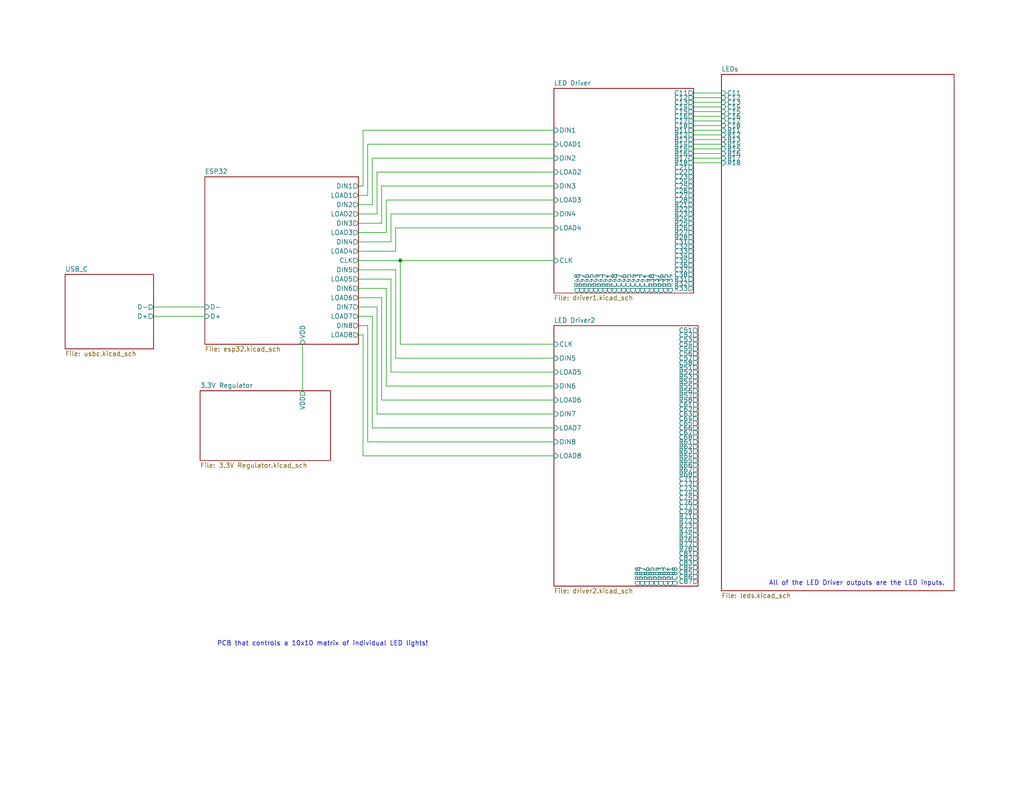
<source format=kicad_sch>
(kicad_sch (version 20230121) (generator eeschema)
  (paper "USLetter")
  (title_block (title "RGB LED Lights") (date "2024-01-11") (rev "B01") (comment 1 "Riya Gupta"))
  (lib_symbols)
  (junction (at 109.22 71.12))
  (wire (pts (xy 97.79 58.42) (xy 102.87 58.42)))
  (wire (pts (xy 97.79 78.74) (xy 105.41 78.74)))
  (wire (pts (xy 97.79 63.5) (xy 105.41 63.5)))
  (wire (pts (xy 189.23 43.18) (xy 196.85 43.18)))
  (wire (pts (xy 189.23 30.48) (xy 196.85 30.48)))
  (wire (pts (xy 107.95 97.79) (xy 151.13 97.79)))
  (wire (pts (xy 189.23 25.4) (xy 196.85 25.4)))
  (wire (pts (xy 41.91 86.36) (xy 55.88 86.36)))
  (wire (pts (xy 100.33 39.37) (xy 151.13 39.37)))
  (wire (pts (xy 97.79 60.96) (xy 104.14 60.96)))
  (wire (pts (xy 97.79 81.28) (xy 104.14 81.28)))
  (wire (pts (xy 97.79 76.2) (xy 106.68 76.2)))
  (wire (pts (xy 105.41 63.5) (xy 105.41 54.61)))
  (wire (pts (xy 102.87 46.99) (xy 151.13 46.99)))
  (wire (pts (xy 102.87 83.82) (xy 102.87 113.03)))
  (wire (pts (xy 189.23 34.29) (xy 196.85 34.29)))
  (wire (pts (xy 102.87 113.03) (xy 151.13 113.03)))
  (wire (pts (xy 100.33 120.65) (xy 151.13 120.65)))
  (wire (pts (xy 97.79 55.88) (xy 101.6 55.88)))
  (wire (pts (xy 106.68 58.42) (xy 151.13 58.42)))
  (wire (pts (xy 189.23 27.94) (xy 196.85 27.94)))
  (wire (pts (xy 189.23 26.67) (xy 196.85 26.67)))
  (wire (pts (xy 104.14 81.28) (xy 104.14 109.22)))
  (wire (pts (xy 105.41 78.74) (xy 105.41 105.41)))
  (wire (pts (xy 109.22 71.12) (xy 109.22 93.98)))
  (wire (pts (xy 82.55 93.98) (xy 82.55 106.68)))
  (wire (pts (xy 101.6 55.88) (xy 101.6 43.18)))
  (wire (pts (xy 101.6 116.84) (xy 151.13 116.84)))
  (wire (pts (xy 99.06 35.56) (xy 151.13 35.56)))
  (wire (pts (xy 109.22 93.98) (xy 151.13 93.98)))
  (wire (pts (xy 102.87 58.42) (xy 102.87 46.99)))
  (wire (pts (xy 105.41 54.61) (xy 151.13 54.61)))
  (wire (pts (xy 97.79 73.66) (xy 107.95 73.66)))
  (wire (pts (xy 104.14 109.22) (xy 151.13 109.22)))
  (wire (pts (xy 107.95 68.58) (xy 107.95 62.23)))
  (wire (pts (xy 97.79 50.8) (xy 99.06 50.8)))
  (wire (pts (xy 101.6 43.18) (xy 151.13 43.18)))
  (wire (pts (xy 189.23 33.02) (xy 196.85 33.02)))
  (wire (pts (xy 97.79 66.04) (xy 106.68 66.04)))
  (wire (pts (xy 189.23 44.45) (xy 196.85 44.45)))
  (wire (pts (xy 99.06 124.46) (xy 151.13 124.46)))
  (wire (pts (xy 189.23 40.64) (xy 196.85 40.64)))
  (wire (pts (xy 189.23 35.56) (xy 196.85 35.56)))
  (wire (pts (xy 189.23 31.75) (xy 196.85 31.75)))
  (wire (pts (xy 41.91 83.82) (xy 55.88 83.82)))
  (wire (pts (xy 97.79 71.12) (xy 109.22 71.12)))
  (wire (pts (xy 106.68 76.2) (xy 106.68 101.6)))
  (wire (pts (xy 99.06 91.44) (xy 99.06 124.46)))
  (wire (pts (xy 189.23 39.37) (xy 196.85 39.37)))
  (wire (pts (xy 189.23 29.21) (xy 196.85 29.21)))
  (wire (pts (xy 97.79 83.82) (xy 102.87 83.82)))
  (wire (pts (xy 104.14 60.96) (xy 104.14 50.8)))
  (wire (pts (xy 97.79 68.58) (xy 107.95 68.58)))
  (wire (pts (xy 189.23 41.91) (xy 196.85 41.91)))
  (wire (pts (xy 107.95 73.66) (xy 107.95 97.79)))
  (wire (pts (xy 104.14 50.8) (xy 151.13 50.8)))
  (wire (pts (xy 106.68 101.6) (xy 151.13 101.6)))
  (wire (pts (xy 109.22 71.12) (xy 151.13 71.12)))
  (wire (pts (xy 105.41 105.41) (xy 151.13 105.41)))
  (wire (pts (xy 97.79 88.9) (xy 100.33 88.9)))
  (wire (pts (xy 100.33 53.34) (xy 100.33 39.37)))
  (wire (pts (xy 106.68 66.04) (xy 106.68 58.42)))
  (wire (pts (xy 97.79 53.34) (xy 100.33 53.34)))
  (wire (pts (xy 189.23 36.83) (xy 196.85 36.83)))
  (wire (pts (xy 97.79 86.36) (xy 101.6 86.36)))
  (wire (pts (xy 99.06 50.8) (xy 99.06 35.56)))
  (wire (pts (xy 101.6 86.36) (xy 101.6 116.84)))
  (wire (pts (xy 189.23 38.1) (xy 196.85 38.1)))
  (wire (pts (xy 107.95 62.23) (xy 151.13 62.23)))
  (wire (pts (xy 97.79 91.44) (xy 99.06 91.44)))
  (wire (pts (xy 100.33 88.9) (xy 100.33 120.65)))
  (text "PCB that controls a 10x10 matrix of individual LED lights!" (at 116.84 176.53 0) (effects (font (size 1.27 1.27)) (justify right bottom)))
  (text "All of the LED Driver outputs are the LED inputs." (at 257.81 160.02 0) (effects (font (size 1.27 1.27)) (justify right bottom)))
  (sheet (at 196.85 20.32) (size 63.5 140.97) (stroke (width 0.1524))
    (property "Sheetname" "LEDs" (at 196.85 19.6084 0) (effects (justify left bottom)))
    (property "Sheetfile" "leds.kicad_sch" (at 196.85 161.8746 0) (effects (justify left top)))
    (pin "R12" input (at 196.85 36.83 180))
    (pin "R14" input (at 196.85 39.37 180))
    (pin "R11" input (at 196.85 35.56 180))
    (pin "R13" input (at 196.85 38.1 180))
    (pin "C18" input (at 196.85 34.29 180))
    (pin "C16" input (at 196.85 31.75 180))
    (pin "C17" input (at 196.85 33.02 180))
    (pin "C15" input (at 196.85 30.48 180))
    (pin "R18" input (at 196.85 44.45 180))
    (pin "R15" input (at 196.85 40.64 180))
    (pin "R16" input (at 196.85 41.91 180))
    (pin "R17" input (at 196.85 43.18 180))
    (pin "C12" input (at 196.85 26.67 180))
    (pin "C11" input (at 196.85 25.4 180))
    (pin "C14" input (at 196.85 29.21 180))
    (pin "C13" input (at 196.85 27.94 180))
  )
  (sheet (at 55.88 48.26) (size 41.91 45.72) (stroke (width 0.1524))
    (property "Sheetname" "ESP32" (at 55.88 47.5484 0) (effects (justify left bottom)))
    (property "Sheetfile" "esp32.kicad_sch" (at 55.88 94.5646 0) (effects (justify left top)))
    (pin "CLK" output (at 97.79 71.12 0))
    (pin "DIN8" output (at 97.79 88.9 0))
    (pin "LOAD7" output (at 97.79 86.36 0))
    (pin "VDD" input (at 82.55 93.98 270))
    (pin "D-" input (at 55.88 83.82 180))
    (pin "DIN7" output (at 97.79 83.82 0))
    (pin "D+" input (at 55.88 86.36 180))
    (pin "DIN1" output (at 97.79 50.8 0))
    (pin "LOAD2" output (at 97.79 58.42 0))
    (pin "DIN2" output (at 97.79 55.88 0))
    (pin "LOAD1" output (at 97.79 53.34 0))
    (pin "DIN3" output (at 97.79 60.96 0))
    (pin "LOAD4" output (at 97.79 68.58 0))
    (pin "DIN4" output (at 97.79 66.04 0))
    (pin "LOAD3" output (at 97.79 63.5 0))
    (pin "DIN6" output (at 97.79 78.74 0))
    (pin "LOAD6" output (at 97.79 81.28 0))
    (pin "DIN5" output (at 97.79 73.66 0))
    (pin "LOAD5" output (at 97.79 76.2 0))
    (pin "LOAD8" output (at 97.79 91.44 0))
  )
  (sheet (at 54.61 106.68) (size 35.56 19.05) (stroke (width 0.1524))
    (property "Sheetname" "3.3V Regulator" (at 54.61 105.9684 0) (effects (justify left bottom)))
    (property "Sheetfile" "3.3V Regulator.kicad_sch" (at 54.61 126.3146 0) (effects (justify left top)))
    (pin "VDD" output (at 82.55 106.68 90))
  )
  (sheet (at 17.78 74.93) (size 24.13 20.32) (stroke (width 0.1524))
    (property "Sheetname" "USB_C" (at 17.78 74.2184 0) (effects (justify left bottom)))
    (property "Sheetfile" "usbc.kicad_sch" (at 17.78 95.8346 0) (effects (justify left top)))
    (pin "D-" output (at 41.91 83.82 0))
    (pin "D+" output (at 41.91 86.36 0))
  )
  (sheet (at 151.13 24.13) (size 38.1 55.88) (stroke (width 0.1524))
    (property "Sheetname" "LED Driver" (at 151.13 23.4184 0) (effects (justify left bottom)))
    (property "Sheetfile" "driver1.kicad_sch" (at 151.13 80.5946 0) (effects (justify left top)))
    (pin "C14" output (at 189.23 29.21 0))
    (pin "C11" output (at 189.23 25.4 0))
    (pin "R18" output (at 189.23 44.45 0))
    (pin "DIN1" input (at 151.13 35.56 180))
    (pin "LOAD1" input (at 151.13 39.37 180))
    (pin "R16" output (at 189.23 41.91 0))
    (pin "R17" output (at 189.23 43.18 0))
    (pin "CLK" input (at 151.13 71.12 180))
    (pin "C17" output (at 189.23 33.02 0))
    (pin "C18" output (at 189.23 34.29 0))
    (pin "C15" output (at 189.23 30.48 0))
    (pin "R14" output (at 189.23 39.37 0))
    (pin "R12" output (at 189.23 36.83 0))
    (pin "R13" output (at 189.23 38.1 0))
    (pin "C16" output (at 189.23 31.75 0))
    (pin "C13" output (at 189.23 27.94 0))
    (pin "C12" output (at 189.23 26.67 0))
    (pin "R15" output (at 189.23 40.64 0))
    (pin "R11" output (at 189.23 35.56 0))
    (pin "DIN2" input (at 151.13 43.18 180))
    (pin "LOAD2" input (at 151.13 46.99 180))
    (pin "R25" output (at 189.23 60.96 0))
    (pin "R24" output (at 189.23 59.69 0))
    (pin "R26" output (at 189.23 62.23 0))
    (pin "R27" output (at 189.23 63.5 0))
    (pin "R28" output (at 189.23 64.77 0))
    (pin "C26" output (at 189.23 52.07 0))
    (pin "C28" output (at 189.23 54.61 0))
    (pin "C25" output (at 189.23 50.8 0))
    (pin "C24" output (at 189.23 49.53 0))
    (pin "C27" output (at 189.23 53.34 0))
    (pin "C21" output (at 189.23 45.72 0))
    (pin "C22" output (at 189.23 46.99 0))
    (pin "C23" output (at 189.23 48.26 0))
    (pin "R23" output (at 189.23 58.42 0))
    (pin "R22" output (at 189.23 57.15 0))
    (pin "R21" output (at 189.23 55.88 0))
    (pin "DIN4" input (at 151.13 58.42 180))
    (pin "C46" output (at 170.18 80.01 270))
    (pin "C45" output (at 171.45 80.01 270))
    (pin "R46" output (at 160.02 80.01 270))
    (pin "R47" output (at 158.75 80.01 270))
    (pin "R44" output (at 162.56 80.01 270))
    (pin "R48" output (at 157.48 80.01 270))
    (pin "R45" output (at 161.29 80.01 270))
    (pin "R41" output (at 166.37 80.01 270))
    (pin "R43" output (at 163.83 80.01 270))
    (pin "C48" output (at 167.64 80.01 270))
    (pin "C47" output (at 168.91 80.01 270))
    (pin "R42" output (at 165.1 80.01 270))
    (pin "C44" output (at 172.72 80.01 270))
    (pin "C41" output (at 176.53 80.01 270))
    (pin "C42" output (at 175.26 80.01 270))
    (pin "C43" output (at 173.99 80.01 270))
    (pin "C38" output (at 189.23 74.93 0))
    (pin "C37" output (at 189.23 73.66 0))
    (pin "R31" output (at 189.23 76.2 0))
    (pin "R33" output (at 189.23 78.74 0))
    (pin "R36" output (at 180.34 80.01 270))
    (pin "C36" output (at 189.23 72.39 0))
    (pin "R34" output (at 182.88 80.01 270))
    (pin "R38" output (at 177.8 80.01 270))
    (pin "R35" output (at 181.61 80.01 270))
    (pin "R32" output (at 189.23 77.47 0))
    (pin "LOAD4" input (at 151.13 62.23 180))
    (pin "DIN3" input (at 151.13 50.8 180))
    (pin "LOAD3" input (at 151.13 54.61 180))
    (pin "R37" output (at 179.07 80.01 270))
    (pin "C35" output (at 189.23 71.12 0))
    (pin "C33" output (at 189.23 68.58 0))
    (pin "C31" output (at 189.23 66.04 0))
    (pin "C34" output (at 189.23 69.85 0))
    (pin "C32" output (at 189.23 67.31 0))
  )
  (sheet (at 151.13 88.9) (size 39.37 71.12) (stroke (width 0.1524))
    (property "Sheetname" "LED Driver2" (at 151.13 88.1884 0) (effects (justify left bottom)))
    (property "Sheetfile" "driver2.kicad_sch" (at 151.13 160.6046 0) (effects (justify left top)))
    (pin "C54" output (at 190.5 93.98 0))
    (pin "C55" output (at 190.5 95.25 0))
    (pin "C51" output (at 190.5 90.17 0))
    (pin "DIN5" input (at 151.13 97.79 180))
    (pin "LOAD5" input (at 151.13 101.6 180))
    (pin "R58" output (at 190.5 109.22 0))
    (pin "R57" output (at 190.5 107.95 0))
    (pin "CLK" input (at 151.13 93.98 180))
    (pin "C57" output (at 190.5 97.79 0))
    (pin "C58" output (at 190.5 99.06 0))
    (pin "R54" output (at 190.5 104.14 0))
    (pin "R56" output (at 190.5 106.68 0))
    (pin "R52" output (at 190.5 101.6 0))
    (pin "R53" output (at 190.5 102.87 0))
    (pin "C56" output (at 190.5 96.52 0))
    (pin "DIN6" input (at 151.13 105.41 180))
    (pin "LOAD6" input (at 151.13 109.22 180))
    (pin "R68" output (at 190.5 129.54 0))
    (pin "R67" output (at 190.5 128.27 0))
    (pin "R86" output (at 176.53 160.02 270))
    (pin "C86" output (at 190.5 157.48 0))
    (pin "C84" output (at 190.5 154.94 0))
    (pin "R84" output (at 179.07 160.02 270))
    (pin "C82" output (at 190.5 152.4 0))
    (pin "R71" output (at 190.5 140.97 0))
    (pin "R78" output (at 190.5 149.86 0))
    (pin "DIN7" input (at 151.13 113.03 180))
    (pin "LOAD7" input (at 151.13 116.84 180))
    (pin "C74" output (at 190.5 134.62 0))
    (pin "C72" output (at 190.5 132.08 0))
    (pin "C73" output (at 190.5 133.35 0))
    (pin "C71" output (at 190.5 130.81 0))
    (pin "R73" output (at 190.5 143.51 0))
    (pin "C78" output (at 190.5 139.7 0))
    (pin "C77" output (at 190.5 138.43 0))
    (pin "R74" output (at 190.5 144.78 0))
    (pin "R72" output (at 190.5 142.24 0))
    (pin "C76" output (at 190.5 137.16 0))
    (pin "C75" output (at 190.5 135.89 0))
    (pin "R76" output (at 190.5 147.32 0))
    (pin "R75" output (at 190.5 146.05 0))
    (pin "R77" output (at 190.5 148.59 0))
    (pin "DIN8" input (at 151.13 120.65 180))
    (pin "LOAD8" input (at 151.13 124.46 180))
    (pin "R88" output (at 173.99 160.02 270))
    (pin "R85" output (at 177.8 160.02 270))
    (pin "R87" output (at 175.26 160.02 270))
    (pin "C85" output (at 190.5 156.21 0))
    (pin "C88" output (at 184.15 160.02 270))
    (pin "C87" output (at 190.5 158.75 0))
    (pin "R82" output (at 181.61 160.02 270))
    (pin "R81" output (at 182.88 160.02 270))
    (pin "C83" output (at 190.5 153.67 0))
    (pin "C81" output (at 190.5 151.13 0))
    (pin "R83" output (at 180.34 160.02 270))
    (pin "R66" output (at 190.5 127 0))
    (pin "R63" output (at 190.5 123.19 0))
    (pin "R65" output (at 190.5 125.73 0))
    (pin "C68" output (at 190.5 119.38 0))
    (pin "R64" output (at 190.5 124.46 0))
    (pin "R62" output (at 190.5 121.92 0))
    (pin "R61" output (at 190.5 120.65 0))
    (pin "C66" output (at 190.5 116.84 0))
    (pin "C61" output (at 190.5 110.49 0))
    (pin "C62" output (at 190.5 111.76 0))
    (pin "C65" output (at 190.5 115.57 0))
    (pin "C63" output (at 190.5 113.03 0))
    (pin "C64" output (at 190.5 114.3 0))
    (pin "C67" output (at 190.5 118.11 0))
    (pin "C53" output (at 190.5 92.71 0))
    (pin "C52" output (at 190.5 91.44 0))
    (pin "R55" output (at 190.5 105.41 0))
    (pin "R51" output (at 190.5 100.33 0))
  )
)
</source>
